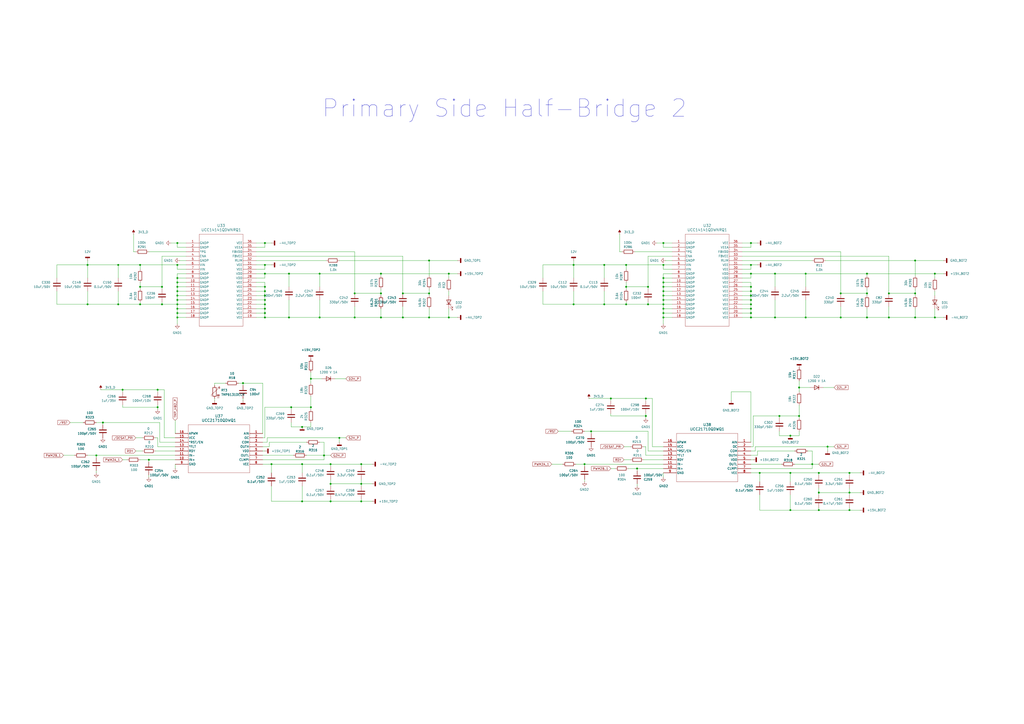
<source format=kicad_sch>
(kicad_sch (version 20231120) (generator "eeschema") (generator_version "8.0")
  (paper "A2")
  (junction (at 153.67 171.45))
  (junction (at 363.22 166.37))
  (junction (at 384.81 161.29))
  (junction (at 363.22 176.53))
  (junction (at 350.52 153.67))
  (junction (at 91.44 226.06))
  (junction (at 435.61 166.37))
  (junction (at 260.35 158.75))
  (junction (at 185.42 184.15))
  (junction (at 220.98 158.75))
  (junction (at 449.58 184.15))
  (junction (at 153.67 140.97))
  (junction (at 209.55 280.67))
  (junction (at 220.98 170.18))
  (junction (at 102.87 173.99))
  (junction (at 81.28 176.53))
  (junction (at 502.92 170.18))
  (junction (at 102.87 179.07))
  (junction (at 187.96 264.16))
  (junction (at 102.87 140.97))
  (junction (at 449.58 158.75))
  (junction (at 492.76 295.91))
  (junction (at 339.09 269.24))
  (junction (at 458.47 252.73))
  (junction (at 384.81 181.61))
  (junction (at 209.55 290.83))
  (junction (at 102.87 181.61))
  (junction (at 50.8 176.53))
  (junction (at 81.28 166.37))
  (junction (at 384.81 153.67))
  (junction (at 93.98 166.37))
  (junction (at 205.74 184.15))
  (junction (at 435.61 179.07))
  (junction (at 157.48 269.24))
  (junction (at 435.61 176.53))
  (junction (at 435.61 184.15))
  (junction (at 542.29 184.15))
  (junction (at 140.97 222.25))
  (junction (at 363.22 153.67))
  (junction (at 384.81 163.83))
  (junction (at 487.68 170.18))
  (junction (at 458.47 295.91))
  (junction (at 384.81 168.91))
  (junction (at 153.67 181.61))
  (junction (at 55.88 264.16))
  (junction (at 91.44 236.22))
  (junction (at 435.61 158.75))
  (junction (at 167.64 184.15))
  (junction (at 480.06 259.08))
  (junction (at 102.87 171.45))
  (junction (at 102.87 161.29))
  (junction (at 384.81 171.45))
  (junction (at 50.8 153.67))
  (junction (at 153.67 176.53))
  (junction (at 374.65 241.3))
  (junction (at 369.57 271.78))
  (junction (at 68.58 176.53))
  (junction (at 102.87 166.37))
  (junction (at 153.67 158.75))
  (junction (at 93.98 176.53))
  (junction (at 375.92 176.53))
  (junction (at 233.68 184.15))
  (junction (at 474.98 274.32))
  (junction (at 515.62 184.15))
  (junction (at 220.98 184.15))
  (junction (at 463.55 224.79))
  (junction (at 102.87 176.53))
  (junction (at 102.87 163.83))
  (junction (at 86.36 266.7))
  (junction (at 332.74 153.67))
  (junction (at 153.67 179.07))
  (junction (at 384.81 166.37))
  (junction (at 81.28 153.67))
  (junction (at 180.34 219.71))
  (junction (at 71.12 226.06))
  (junction (at 530.86 184.15))
  (junction (at 205.74 170.18))
  (junction (at 492.76 274.32))
  (junction (at 463.55 241.3))
  (junction (at 435.61 171.45))
  (junction (at 332.74 176.53))
  (junction (at 467.36 158.75))
  (junction (at 458.47 274.32))
  (junction (at 435.61 173.99))
  (junction (at 384.81 173.99))
  (junction (at 248.92 184.15))
  (junction (at 384.81 184.15))
  (junction (at 102.87 153.67))
  (junction (at 167.64 158.75))
  (junction (at 191.77 290.83))
  (junction (at 180.34 236.22))
  (junction (at 350.52 176.53))
  (junction (at 59.69 245.11))
  (junction (at 209.55 269.24))
  (junction (at 153.67 184.15))
  (junction (at 502.92 184.15))
  (junction (at 487.68 184.15))
  (junction (at 191.77 280.67))
  (junction (at 384.81 176.53))
  (junction (at 492.76 285.75))
  (junction (at 435.61 181.61))
  (junction (at 542.29 158.75))
  (junction (at 435.61 168.91))
  (junction (at 384.81 179.07))
  (junction (at 435.61 140.97))
  (junction (at 384.81 140.97))
  (junction (at 153.67 153.67))
  (junction (at 342.9 250.19))
  (junction (at 248.92 151.13))
  (junction (at 233.68 170.18))
  (junction (at 185.42 158.75))
  (junction (at 102.87 184.15))
  (junction (at 530.86 170.18))
  (junction (at 68.58 153.67))
  (junction (at 248.92 170.18))
  (junction (at 175.26 247.65))
  (junction (at 530.86 151.13))
  (junction (at 471.17 269.24))
  (junction (at 375.92 166.37))
  (junction (at 515.62 170.18))
  (junction (at 260.35 184.15))
  (junction (at 168.91 236.22))
  (junction (at 102.87 168.91))
  (junction (at 153.67 166.37))
  (junction (at 374.65 231.14))
  (junction (at 474.98 285.75))
  (junction (at 196.85 254))
  (junction (at 440.69 274.32))
  (junction (at 467.36 184.15))
  (junction (at 474.98 295.91))
  (junction (at 191.77 269.24))
  (junction (at 175.26 290.83))
  (junction (at 452.12 241.3))
  (junction (at 354.33 231.14))
  (junction (at 435.61 153.67))
  (junction (at 153.67 173.99))
  (junction (at 175.26 269.24))
  (junction (at 153.67 168.91))
  (junction (at 502.92 158.75))
  (wire (pts (xy 389.89 148.59) (xy 375.92 148.59)))
  (wire (pts (xy 323.85 250.19) (xy 331.47 250.19)))
  (wire (pts (xy 435.61 173.99) (xy 435.61 176.53)))
  (wire (pts (xy 148.59 168.91) (xy 153.67 168.91)))
  (wire (pts (xy 384.81 179.07) (xy 384.81 181.61)))
  (wire (pts (xy 102.87 173.99) (xy 102.87 176.53)))
  (wire (pts (xy 157.48 269.24) (xy 157.48 274.32)))
  (wire (pts (xy 153.67 236.22) (xy 168.91 236.22)))
  (wire (pts (xy 93.98 166.37) (xy 81.28 166.37)))
  (wire (pts (xy 389.89 168.91) (xy 384.81 168.91)))
  (wire (pts (xy 487.68 146.05) (xy 487.68 170.18)))
  (wire (pts (xy 148.59 181.61) (xy 153.67 181.61)))
  (wire (pts (xy 435.61 166.37) (xy 435.61 168.91)))
  (wire (pts (xy 107.95 173.99) (xy 102.87 173.99)))
  (wire (pts (xy 107.95 171.45) (xy 102.87 171.45)))
  (wire (pts (xy 153.67 153.67) (xy 157.48 153.67)))
  (wire (pts (xy 530.86 179.07) (xy 530.86 184.15)))
  (wire (pts (xy 386.08 151.13) (xy 389.89 151.13)))
  (wire (pts (xy 384.81 264.16) (xy 374.65 264.16)))
  (wire (pts (xy 430.53 163.83) (xy 435.61 163.83)))
  (wire (pts (xy 502.92 160.02) (xy 502.92 158.75)))
  (wire (pts (xy 389.89 158.75) (xy 384.81 158.75)))
  (wire (pts (xy 502.92 167.64) (xy 502.92 170.18)))
  (wire (pts (xy 40.64 245.11) (xy 48.26 245.11)))
  (wire (pts (xy 339.09 270.51) (xy 339.09 269.24)))
  (wire (pts (xy 209.55 290.83) (xy 209.55 289.56)))
  (wire (pts (xy 68.58 153.67) (xy 68.58 161.29)))
  (wire (pts (xy 430.53 171.45) (xy 435.61 171.45)))
  (wire (pts (xy 474.98 274.32) (xy 474.98 275.59)))
  (wire (pts (xy 389.89 153.67) (xy 384.81 153.67)))
  (wire (pts (xy 77.47 135.89) (xy 77.47 146.05)))
  (wire (pts (xy 102.87 171.45) (xy 102.87 173.99)))
  (wire (pts (xy 467.36 158.75) (xy 502.92 158.75)))
  (wire (pts (xy 175.26 274.32) (xy 175.26 269.24)))
  (wire (pts (xy 180.34 245.11) (xy 180.34 247.65)))
  (wire (pts (xy 153.67 173.99) (xy 153.67 176.53)))
  (wire (pts (xy 375.92 166.37) (xy 363.22 166.37)))
  (wire (pts (xy 458.47 279.4) (xy 458.47 274.32)))
  (wire (pts (xy 452.12 252.73) (xy 458.47 252.73)))
  (wire (pts (xy 435.61 179.07) (xy 435.61 181.61)))
  (wire (pts (xy 248.92 179.07) (xy 248.92 184.15)))
  (wire (pts (xy 314.96 153.67) (xy 314.96 161.29)))
  (wire (pts (xy 314.96 176.53) (xy 332.74 176.53)))
  (wire (pts (xy 440.69 287.02) (xy 440.69 295.91)))
  (wire (pts (xy 438.15 259.08) (xy 480.06 259.08)))
  (wire (pts (xy 71.12 236.22) (xy 91.44 236.22)))
  (wire (pts (xy 458.47 287.02) (xy 458.47 295.91)))
  (wire (pts (xy 185.42 184.15) (xy 205.74 184.15)))
  (wire (pts (xy 196.85 254) (xy 200.66 254)))
  (wire (pts (xy 180.34 219.71) (xy 186.69 219.71)))
  (wire (pts (xy 175.26 281.94) (xy 175.26 290.83)))
  (wire (pts (xy 339.09 278.13) (xy 339.09 279.4)))
  (wire (pts (xy 368.3 146.05) (xy 389.89 146.05)))
  (wire (pts (xy 492.76 274.32) (xy 492.76 275.59)))
  (wire (pts (xy 175.26 247.65) (xy 180.34 247.65)))
  (wire (pts (xy 107.95 179.07) (xy 102.87 179.07)))
  (wire (pts (xy 153.67 184.15) (xy 167.64 184.15)))
  (wire (pts (xy 86.36 266.7) (xy 86.36 267.97)))
  (wire (pts (xy 449.58 158.75) (xy 467.36 158.75)))
  (wire (pts (xy 363.22 175.26) (xy 363.22 176.53)))
  (wire (pts (xy 439.42 264.16) (xy 435.61 264.16)))
  (wire (pts (xy 374.65 241.3) (xy 374.65 242.57)))
  (wire (pts (xy 220.98 179.07) (xy 220.98 184.15)))
  (wire (pts (xy 191.77 280.67) (xy 191.77 281.94)))
  (wire (pts (xy 384.81 140.97) (xy 389.89 140.97)))
  (wire (pts (xy 185.42 173.99) (xy 185.42 184.15)))
  (wire (pts (xy 50.8 168.91) (xy 50.8 176.53)))
  (wire (pts (xy 148.59 179.07) (xy 153.67 179.07)))
  (wire (pts (xy 93.98 167.64) (xy 93.98 166.37)))
  (wire (pts (xy 430.53 173.99) (xy 435.61 173.99)))
  (wire (pts (xy 430.53 153.67) (xy 435.61 153.67)))
  (wire (pts (xy 50.8 153.67) (xy 33.02 153.67)))
  (wire (pts (xy 389.89 173.99) (xy 384.81 173.99)))
  (wire (pts (xy 430.53 146.05) (xy 487.68 146.05)))
  (wire (pts (xy 463.55 242.57) (xy 463.55 241.3)))
  (wire (pts (xy 487.68 184.15) (xy 502.92 184.15)))
  (wire (pts (xy 492.76 285.75) (xy 499.11 285.75)))
  (wire (pts (xy 248.92 167.64) (xy 248.92 170.18)))
  (wire (pts (xy 463.55 224.79) (xy 469.9 224.79)))
  (wire (pts (xy 209.55 280.67) (xy 215.9 280.67)))
  (wire (pts (xy 55.88 264.16) (xy 50.8 264.16)))
  (wire (pts (xy 191.77 269.24) (xy 191.77 270.51)))
  (wire (pts (xy 124.46 231.14) (xy 124.46 232.41)))
  (wire (pts (xy 101.6 256.54) (xy 92.71 256.54)))
  (wire (pts (xy 107.95 166.37) (xy 102.87 166.37)))
  (wire (pts (xy 375.92 261.62) (xy 375.92 250.19)))
  (wire (pts (xy 81.28 166.37) (xy 81.28 167.64)))
  (wire (pts (xy 107.95 143.51) (xy 102.87 143.51)))
  (wire (pts (xy 260.35 158.75) (xy 260.35 161.29)))
  (wire (pts (xy 452.12 250.19) (xy 452.12 252.73)))
  (wire (pts (xy 153.67 179.07) (xy 153.67 181.61)))
  (wire (pts (xy 435.61 143.51) (xy 435.61 140.97)))
  (wire (pts (xy 384.81 163.83) (xy 384.81 166.37)))
  (wire (pts (xy 435.61 153.67) (xy 435.61 156.21)))
  (wire (pts (xy 101.6 254) (xy 95.25 254)))
  (wire (pts (xy 95.25 254) (xy 95.25 226.06)))
  (wire (pts (xy 68.58 153.67) (xy 50.8 153.67)))
  (wire (pts (xy 194.31 219.71) (xy 200.66 219.71)))
  (wire (pts (xy 474.98 285.75) (xy 474.98 287.02)))
  (wire (pts (xy 185.42 158.75) (xy 185.42 166.37)))
  (wire (pts (xy 260.35 168.91) (xy 260.35 171.45)))
  (wire (pts (xy 148.59 173.99) (xy 153.67 173.99)))
  (wire (pts (xy 148.59 176.53) (xy 153.67 176.53)))
  (wire (pts (xy 101.6 266.7) (xy 86.36 266.7)))
  (wire (pts (xy 502.92 158.75) (xy 542.29 158.75)))
  (wire (pts (xy 435.61 184.15) (xy 449.58 184.15)))
  (wire (pts (xy 167.64 158.75) (xy 185.42 158.75)))
  (wire (pts (xy 124.46 222.25) (xy 124.46 223.52)))
  (wire (pts (xy 157.48 290.83) (xy 175.26 290.83)))
  (wire (pts (xy 248.92 151.13) (xy 265.43 151.13)))
  (wire (pts (xy 177.8 264.16) (xy 187.96 264.16)))
  (wire (pts (xy 102.87 166.37) (xy 102.87 168.91)))
  (wire (pts (xy 430.53 158.75) (xy 435.61 158.75)))
  (wire (pts (xy 167.64 173.99) (xy 167.64 184.15)))
  (wire (pts (xy 33.02 168.91) (xy 33.02 176.53)))
  (wire (pts (xy 180.34 237.49) (xy 180.34 236.22)))
  (wire (pts (xy 71.12 226.06) (xy 71.12 227.33)))
  (wire (pts (xy 363.22 153.67) (xy 384.81 153.67)))
  (wire (pts (xy 99.06 140.97) (xy 102.87 140.97)))
  (wire (pts (xy 477.52 224.79) (xy 483.87 224.79)))
  (wire (pts (xy 58.42 226.06) (xy 71.12 226.06)))
  (wire (pts (xy 430.53 179.07) (xy 435.61 179.07)))
  (wire (pts (xy 175.26 269.24) (xy 191.77 269.24)))
  (wire (pts (xy 153.67 168.91) (xy 153.67 171.45)))
  (wire (pts (xy 350.52 176.53) (xy 363.22 176.53)))
  (wire (pts (xy 375.92 175.26) (xy 375.92 176.53)))
  (wire (pts (xy 180.34 229.87) (xy 180.34 236.22)))
  (wire (pts (xy 515.62 184.15) (xy 530.86 184.15)))
  (wire (pts (xy 91.44 259.08) (xy 91.44 254)))
  (wire (pts (xy 153.67 161.29) (xy 153.67 158.75)))
  (wire (pts (xy 449.58 173.99) (xy 449.58 184.15)))
  (wire (pts (xy 320.04 269.24) (xy 326.39 269.24)))
  (wire (pts (xy 153.67 181.61) (xy 153.67 184.15)))
  (wire (pts (xy 378.46 259.08) (xy 378.46 231.14)))
  (wire (pts (xy 153.67 254) (xy 152.4 254)))
  (wire (pts (xy 148.59 140.97) (xy 153.67 140.97)))
  (wire (pts (xy 102.87 181.61) (xy 102.87 184.15)))
  (wire (pts (xy 452.12 242.57) (xy 452.12 241.3)))
  (wire (pts (xy 430.53 166.37) (xy 435.61 166.37)))
  (wire (pts (xy 71.12 234.95) (xy 71.12 236.22)))
  (wire (pts (xy 373.38 259.08) (xy 374.65 259.08)))
  (wire (pts (xy 180.34 215.9) (xy 180.34 219.71)))
  (wire (pts (xy 107.95 168.91) (xy 102.87 168.91)))
  (wire (pts (xy 107.95 181.61) (xy 102.87 181.61)))
  (wire (pts (xy 102.87 176.53) (xy 102.87 179.07)))
  (wire (pts (xy 185.42 256.54) (xy 187.96 256.54)))
  (wire (pts (xy 440.69 274.32) (xy 440.69 279.4)))
  (wire (pts (xy 148.59 184.15) (xy 153.67 184.15)))
  (wire (pts (xy 471.17 269.24) (xy 474.98 269.24)))
  (wire (pts (xy 148.59 156.21) (xy 153.67 156.21)))
  (wire (pts (xy 68.58 176.53) (xy 81.28 176.53)))
  (wire (pts (xy 467.36 158.75) (xy 467.36 166.37)))
  (wire (pts (xy 156.21 256.54) (xy 177.8 256.54)))
  (wire (pts (xy 167.64 158.75) (xy 167.64 166.37)))
  (wire (pts (xy 185.42 158.75) (xy 220.98 158.75)))
  (wire (pts (xy 101.6 259.08) (xy 91.44 259.08)))
  (wire (pts (xy 389.89 143.51) (xy 384.81 143.51)))
  (wire (pts (xy 260.35 158.75) (xy 265.43 158.75)))
  (wire (pts (xy 59.69 245.11) (xy 92.71 245.11)))
  (wire (pts (xy 449.58 184.15) (xy 467.36 184.15)))
  (wire (pts (xy 168.91 247.65) (xy 175.26 247.65)))
  (wire (pts (xy 36.83 264.16) (xy 43.18 264.16)))
  (wire (pts (xy 542.29 158.75) (xy 542.29 161.29)))
  (wire (pts (xy 430.53 181.61) (xy 435.61 181.61)))
  (wire (pts (xy 314.96 168.91) (xy 314.96 176.53)))
  (wire (pts (xy 435.61 168.91) (xy 435.61 171.45)))
  (wire (pts (xy 430.53 148.59) (xy 515.62 148.59)))
  (wire (pts (xy 148.59 163.83) (xy 153.67 163.83)))
  (wire (pts (xy 435.61 256.54) (xy 435.61 227.33)))
  (wire (pts (xy 153.67 158.75) (xy 167.64 158.75)))
  (wire (pts (xy 130.81 222.25) (xy 124.46 222.25)))
  (wire (pts (xy 492.76 285.75) (xy 492.76 287.02)))
  (wire (pts (xy 339.09 269.24) (xy 334.01 269.24)))
  (wire (pts (xy 363.22 163.83) (xy 363.22 166.37)))
  (wire (pts (xy 430.53 176.53) (xy 435.61 176.53)))
  (wire (pts (xy 480.06 259.08) (xy 483.87 259.08)))
  (wire (pts (xy 107.95 158.75) (xy 102.87 158.75)))
  (wire (pts (xy 68.58 168.91) (xy 68.58 176.53)))
  (wire (pts (xy 440.69 295.91) (xy 458.47 295.91)))
  (wire (pts (xy 152.4 251.46) (xy 152.4 222.25)))
  (wire (pts (xy 350.52 168.91) (xy 350.52 176.53)))
  (wire (pts (xy 102.87 163.83) (xy 102.87 166.37)))
  (wire (pts (xy 148.59 143.51) (xy 153.67 143.51)))
  (wire (pts (xy 363.22 176.53) (xy 375.92 176.53)))
  (wire (pts (xy 487.68 170.18) (xy 502.92 170.18)))
  (wire (pts (xy 102.87 184.15) (xy 102.87 187.96)))
  (wire (pts (xy 389.89 156.21) (xy 384.81 156.21)))
  (wire (pts (xy 487.68 177.8) (xy 487.68 184.15)))
  (wire (pts (xy 374.65 241.3) (xy 374.65 240.03)))
  (wire (pts (xy 248.92 184.15) (xy 260.35 184.15)))
  (wire (pts (xy 187.96 264.16) (xy 187.96 266.7)))
  (wire (pts (xy 180.34 236.22) (xy 168.91 236.22)))
  (wire (pts (xy 156.21 259.08) (xy 152.4 259.08)))
  (wire (pts (xy 55.88 273.05) (xy 55.88 274.32)))
  (wire (pts (xy 471.17 261.62) (xy 471.17 269.24)))
  (wire (pts (xy 435.61 266.7) (xy 436.88 266.7)))
  (wire (pts (xy 332.74 153.67) (xy 332.74 161.29)))
  (wire (pts (xy 435.61 274.32) (xy 440.69 274.32)))
  (wire (pts (xy 430.53 161.29) (xy 435.61 161.29)))
  (wire (pts (xy 389.89 163.83) (xy 384.81 163.83)))
  (wire (pts (xy 369.57 271.78) (xy 364.49 271.78)))
  (wire (pts (xy 492.76 295.91) (xy 492.76 294.64)))
  (wire (pts (xy 430.53 151.13) (xy 471.17 151.13)))
  (wire (pts (xy 375.92 148.59) (xy 375.92 166.37)))
  (wire (pts (xy 369.57 280.67) (xy 369.57 281.94)))
  (wire (pts (xy 196.85 254) (xy 196.85 256.54)))
  (wire (pts (xy 215.9 290.83) (xy 209.55 290.83)))
  (wire (pts (xy 91.44 236.22) (xy 91.44 237.49)))
  (wire (pts (xy 233.68 177.8) (xy 233.68 184.15)))
  (wire (pts (xy 86.36 266.7) (xy 81.28 266.7)))
  (wire (pts (xy 463.55 234.95) (xy 463.55 241.3)))
  (wire (pts (xy 187.96 256.54) (xy 187.96 264.16)))
  (wire (pts (xy 440.69 274.32) (xy 458.47 274.32)))
  (wire (pts (xy 93.98 176.53) (xy 102.87 176.53)))
  (wire (pts (xy 180.34 219.71) (xy 180.34 222.25)))
  (wire (pts (xy 530.86 184.15) (xy 542.29 184.15)))
  (wire (pts (xy 140.97 231.14) (xy 140.97 232.41)))
  (wire (pts (xy 471.17 269.24) (xy 471.17 271.78)))
  (wire (pts (xy 384.81 184.15) (xy 384.81 187.96)))
  (wire (pts (xy 86.36 146.05) (xy 107.95 146.05)))
  (wire (pts (xy 191.77 269.24) (xy 209.55 269.24)))
  (wire (pts (xy 102.87 143.51) (xy 102.87 140.97)))
  (wire (pts (xy 191.77 280.67) (xy 209.55 280.67)))
  (wire (pts (xy 435.61 181.61) (xy 435.61 184.15)))
  (wire (pts (xy 530.86 167.64) (xy 530.86 170.18)))
  (wire (pts (xy 363.22 156.21) (xy 363.22 153.67)))
  (wire (pts (xy 384.81 168.91) (xy 384.81 171.45)))
  (wire (pts (xy 384.81 143.51) (xy 384.81 140.97)))
  (wire (pts (xy 167.64 184.15) (xy 185.42 184.15)))
  (wire (pts (xy 478.79 151.13) (xy 530.86 151.13)))
  (wire (pts (xy 153.67 140.97) (xy 157.48 140.97)))
  (wire (pts (xy 107.95 148.59) (xy 93.98 148.59)))
  (wire (pts (xy 424.18 227.33) (xy 424.18 232.41)))
  (wire (pts (xy 438.15 259.08) (xy 438.15 261.62)))
  (wire (pts (xy 341.63 231.14) (xy 354.33 231.14)))
  (wire (pts (xy 102.87 179.07) (xy 102.87 181.61)))
  (wire (pts (xy 209.55 269.24) (xy 215.9 269.24)))
  (wire (pts (xy 435.61 161.29) (xy 435.61 158.75)))
  (wire (pts (xy 260.35 184.15) (xy 265.43 184.15)))
  (wire (pts (xy 148.59 146.05) (xy 205.74 146.05)))
  (wire (pts (xy 220.98 170.18) (xy 220.98 171.45)))
  (wire (pts (xy 50.8 153.67) (xy 50.8 161.29)))
  (wire (pts (xy 384.81 276.86) (xy 384.81 274.32)))
  (wire (pts (xy 389.89 176.53) (xy 384.81 176.53)))
  (wire (pts (xy 389.89 166.37) (xy 384.81 166.37)))
  (wire (pts (xy 157.48 269.24) (xy 175.26 269.24)))
  (wire (pts (xy 381 140.97) (xy 384.81 140.97)))
  (wire (pts (xy 152.4 261.62) (xy 153.67 261.62)))
  (wire (pts (xy 332.74 151.13) (xy 332.74 153.67)))
  (wire (pts (xy 209.55 280.67) (xy 209.55 281.94)))
  (wire (pts (xy 148.59 148.59) (xy 233.68 148.59)))
  (wire (pts (xy 474.98 295.91) (xy 492.76 295.91)))
  (wire (pts (xy 359.41 135.89) (xy 359.41 146.05)))
  (wire (pts (xy 248.92 170.18) (xy 248.92 171.45)))
  (wire (pts (xy 209.55 278.13) (xy 209.55 280.67)))
  (wire (pts (xy 191.77 289.56) (xy 191.77 290.83)))
  (wire (pts (xy 350.52 153.67) (xy 350.52 161.29)))
  (wire (pts (xy 384.81 181.61) (xy 384.81 184.15)))
  (wire (pts (xy 384.81 259.08) (xy 378.46 259.08)))
  (wire (pts (xy 435.61 163.83) (xy 435.61 166.37)))
  (wire (pts (xy 463.55 250.19) (xy 463.55 252.73)))
  (wire (pts (xy 81.28 176.53) (xy 93.98 176.53)))
  (wire (pts (xy 375.92 176.53) (xy 384.81 176.53)))
  (wire (pts (xy 354.33 240.03) (xy 354.33 241.3)))
  (wire (pts (xy 384.81 271.78) (xy 369.57 271.78)))
  (wire (pts (xy 430.53 140.97) (xy 435.61 140.97)))
  (wire (pts (xy 81.28 175.26) (xy 81.28 176.53)))
  (wire (pts (xy 153.67 163.83) (xy 153.67 166.37)))
  (wire (pts (xy 33.02 176.53) (xy 50.8 176.53)))
  (wire (pts (xy 389.89 171.45) (xy 384.81 171.45)))
  (wire (pts (xy 474.98 294.64) (xy 474.98 295.91)))
  (wire (pts (xy 81.28 153.67) (xy 102.87 153.67)))
  (wire (pts (xy 102.87 158.75) (xy 102.87 161.29)))
  (wire (pts (xy 435.61 271.78) (xy 471.17 271.78)))
  (wire (pts (xy 389.89 179.07) (xy 384.81 179.07)))
  (wire (pts (xy 430.53 156.21) (xy 435.61 156.21)))
  (wire (pts (xy 55.88 264.16) (xy 101.6 264.16)))
  (wire (pts (xy 474.98 285.75) (xy 492.76 285.75)))
  (wire (pts (xy 152.4 264.16) (xy 170.18 264.16)))
  (wire (pts (xy 542.29 158.75) (xy 547.37 158.75)))
  (wire (pts (xy 101.6 243.84) (xy 101.6 251.46)))
  (wire (pts (xy 55.88 245.11) (xy 59.69 245.11)))
  (wire (pts (xy 480.06 259.08) (xy 480.06 261.62)))
  (wire (pts (xy 438.15 261.62) (xy 435.61 261.62)))
  (wire (pts (xy 107.95 176.53) (xy 102.87 176.53)))
  (wire (pts (xy 430.53 184.15) (xy 435.61 184.15)))
  (wire (pts (xy 463.55 224.79) (xy 463.55 227.33)))
  (wire (pts (xy 191.77 290.83) (xy 209.55 290.83)))
  (wire (pts (xy 153.67 254) (xy 153.67 236.22)))
  (wire (pts (xy 363.22 166.37) (xy 363.22 167.64)))
  (wire (pts (xy 154.94 254) (xy 154.94 256.54)))
  (wire (pts (xy 435.61 171.45) (xy 435.61 173.99)))
  (wire (pts (xy 90.17 261.62) (xy 101.6 261.62)))
  (wire (pts (xy 435.61 227.33) (xy 424.18 227.33)))
  (wire (pts (xy 157.48 281.94) (xy 157.48 290.83)))
  (wire (pts (xy 220.98 184.15) (xy 233.68 184.15)))
  (wire (pts (xy 153.67 166.37) (xy 153.67 168.91)))
  (wire (pts (xy 153.67 171.45) (xy 153.67 173.99)))
  (wire (pts (xy 436.88 259.08) (xy 435.61 259.08)))
  (wire (pts (xy 436.88 259.08) (xy 436.88 241.3)))
  (wire (pts (xy 499.11 295.91) (xy 492.76 295.91)))
  (wire (pts (xy 148.59 171.45) (xy 153.67 171.45)))
  (wire (pts (xy 374.65 231.14) (xy 354.33 231.14)))
  (wire (pts (xy 389.89 184.15) (xy 384.81 184.15)))
  (wire (pts (xy 233.68 148.59) (xy 233.68 170.18)))
  (wire (pts (xy 101.6 271.78) (xy 101.6 269.24)))
  (wire (pts (xy 339.09 269.24) (xy 384.81 269.24)))
  (wire (pts (xy 373.38 266.7) (xy 384.81 266.7)))
  (wire (pts (xy 233.68 170.18) (xy 248.92 170.18)))
  (wire (pts (xy 153.67 153.67) (xy 153.67 156.21)))
  (wire (pts (xy 354.33 231.14) (xy 354.33 232.41)))
  (wire (pts (xy 342.9 250.19) (xy 342.9 251.46)))
  (wire (pts (xy 205.74 146.05) (xy 205.74 170.18)))
  (wire (pts (xy 205.74 177.8) (xy 205.74 184.15)))
  (wire (pts (xy 435.61 140.97) (xy 439.42 140.97)))
  (wire (pts (xy 463.55 241.3) (xy 452.12 241.3)))
  (wire (pts (xy 33.02 153.67) (xy 33.02 161.29)))
  (wire (pts (xy 384.81 171.45) (xy 384.81 173.99)))
  (wire (pts (xy 86.36 275.59) (xy 86.36 276.86)))
  (wire (pts (xy 152.4 222.25) (xy 140.97 222.25)))
  (wire (pts (xy 107.95 153.67) (xy 102.87 153.67)))
  (wire (pts (xy 92.71 256.54) (xy 92.71 245.11)))
  (wire (pts (xy 439.42 261.62) (xy 439.42 264.16)))
  (wire (pts (xy 102.87 168.91) (xy 102.87 171.45)))
  (wire (pts (xy 458.47 295.91) (xy 474.98 295.91)))
  (wire (pts (xy 148.59 158.75) (xy 153.67 158.75)))
  (wire (pts (xy 430.53 168.91) (xy 435.61 168.91)))
  (wire (pts (xy 436.88 241.3) (xy 452.12 241.3)))
  (wire (pts (xy 359.41 146.05) (xy 360.68 146.05)))
  (wire (pts (xy 90.17 254) (xy 91.44 254)))
  (wire (pts (xy 220.98 158.75) (xy 260.35 158.75)))
  (wire (pts (xy 384.81 158.75) (xy 384.81 161.29)))
  (wire (pts (xy 152.4 269.24) (xy 157.48 269.24)))
  (wire (pts (xy 468.63 261.62) (xy 471.17 261.62)))
  (wire (pts (xy 374.65 232.41) (xy 374.65 231.14)))
  (wire (pts (xy 542.29 168.91) (xy 542.29 171.45)))
  (wire (pts (xy 81.28 156.21) (xy 81.28 153.67)))
  (wire (pts (xy 332.74 176.53) (xy 350.52 176.53)))
  (wire (pts (xy 378.46 231.14) (xy 374.65 231.14)))
  (wire (pts (xy 153.67 176.53) (xy 153.67 179.07)))
  (wire (pts (xy 384.81 161.29) (xy 384.81 163.83)))
  (wire (pts (xy 93.98 175.26) (xy 93.98 176.53)))
  (wire (pts (xy 354.33 241.3) (xy 374.65 241.3)))
  (wire (pts (xy 332.74 153.67) (xy 314.96 153.67)))
  (wire (pts (xy 502.92 170.18) (xy 502.92 171.45)))
  (wire (pts (xy 50.8 151.13) (xy 50.8 153.67)))
  (wire (pts (xy 104.14 151.13) (xy 107.95 151.13)))
  (wire (pts (xy 107.95 163.83) (xy 102.87 163.83)))
  (wire (pts (xy 107.95 161.29) (xy 102.87 161.29)))
  (wire (pts (xy 458.47 274.32) (xy 474.98 274.32)))
  (wire (pts (xy 354.33 271.78) (xy 356.87 271.78)))
  (wire (pts (xy 93.98 148.59) (xy 93.98 166.37)))
  (wire (pts (xy 168.91 237.49) (xy 168.91 236.22)))
  (wire (pts (xy 154.94 254) (xy 196.85 254)))
  (wire (pts (xy 435.61 153.67) (xy 439.42 153.67)))
  (wire (pts (xy 430.53 143.51) (xy 435.61 143.51)))
  (wire (pts (xy 91.44 226.06) (xy 71.12 226.06)))
  (wire (pts (xy 467.36 173.99) (xy 467.36 184.15)))
  (wire (pts (xy 153.67 143.51) (xy 153.67 140.97)))
  (wire (pts (xy 435.61 269.24) (xy 453.39 269.24)))
  (wire (pts (xy 107.95 184.15) (xy 102.87 184.15)))
  (wire (pts (xy 91.44 227.33) (xy 91.44 226.06)))
  (wire (pts (xy 220.98 167.64) (xy 220.98 170.18)))
  (wire (pts (xy 361.95 266.7) (xy 365.76 266.7)))
  (wire (pts (xy 77.47 146.05) (xy 78.74 146.05)))
  (wire (pts (xy 384.81 176.53) (xy 384.81 179.07)))
  (wire (pts (xy 435.61 176.53) (xy 435.61 179.07)))
  (wire (pts (xy 91.44 236.22) (xy 91.44 234.95)))
  (wire (pts (xy 461.01 269.24) (xy 471.17 269.24)))
  (wire (pts (xy 148.59 166.37) (xy 153.67 166.37)))
  (wire (pts (xy 384.81 261.62) (xy 375.92 261.62)))
  (wire (pts (xy 205.74 170.18) (xy 220.98 170.18)))
  (wire (pts (xy 435.61 158.75) (xy 449.58 158.75)))
  (wire (pts (xy 515.62 148.59) (xy 515.62 170.18)))
  (wire (pts (xy 474.98 274.32) (xy 492.76 274.32)))
  (wire (pts (xy 374.65 264.16) (xy 374.65 259.08)))
  (wire (pts (xy 148.59 161.29) (xy 153.67 161.29)))
  (wire (pts (xy 389.89 161.29) (xy 384.81 161.29)))
  (wire (pts (xy 530.86 151.13) (xy 530.86 160.02)))
  (wire (pts (xy 71.12 266.7) (xy 73.66 266.7)))
  (wire (pts (xy 248.92 151.13) (xy 248.92 160.02)))
  (wire (pts (xy 492.76 283.21) (xy 492.76 285.75)))
  (wire (pts (xy 467.36 184.15) (xy 487.68 184.15)))
  (wire (pts (xy 530.86 151.13) (xy 547.37 151.13)))
  (wire (pts (xy 205.74 184.15) (xy 220.98 184.15)))
  (wire (pts (xy 196.85 151.13) (xy 248.92 151.13)))
  (wire (pts (xy 95.25 226.06) (xy 91.44 226.06)))
  (wire (pts (xy 515.62 170.18) (xy 530.86 170.18)))
  (wire (pts (xy 384.81 156.21) (xy 384.81 153.67)))
  (wire (pts (xy 449.58 158.75) (xy 449.58 166.37)))
  (wire (pts (xy 389.89 181.61) (xy 384.81 181.61)))
  (wire (pts (xy 175.26 290.83) (xy 191.77 290.83)))
  (wire (pts (xy 220.98 160.02) (xy 220.98 158.75)))
  (wire (pts (xy 233.68 184.15) (xy 248.92 184.15)))
  (wire (pts (xy 332.74 168.91) (xy 332.74 176.53)))
  (wire (pts (xy 148.59 153.67) (xy 153.67 153.67)))
  (wire (pts (xy 339.09 250.19) (xy 342.9 250.19)))
  (wire (pts (xy 187.96 264.16) (xy 191.77 264.16)))
  (wire (pts (xy 191.77 278.13) (xy 191.77 280.67)))
  (wire (pts (xy 384.81 166.37) (xy 384.81 168.91)))
  (wire (pts (xy 102.87 156.21) (xy 102.87 153.67)))
  (wire (pts (xy 530.86 170.18) (xy 530.86 171.45)))
  (wire (pts (xy 439.42 261.62) (xy 461.01 261.62)))
  (wire (pts (xy 81.28 163.83) (xy 81.28 166.37)))
  (wire (pts (xy 350.52 153.67) (xy 332.74 153.67)))
  (wire (pts (xy 81.28 153.67) (xy 68.58 153.67)))
  (wire (pts (xy 152.4 266.7) (xy 187.96 266.7)))
  (wire (pts (xy 502.92 179.07) (xy 502.92 184.15)))
  (wire (pts (xy 78.74 254) (xy 82.55 254)))
  (wire (pts (xy 148.59 151.13) (xy 189.23 151.13)))
  (wire (pts (xy 515.62 177.8) (xy 515.62 184.15)))
  (wire (pts (xy 542.29 179.07) (xy 542.29 184.15)))
  (wire (pts (xy 542.29 184.15) (xy 547.37 184.15)))
  (wire (pts (xy 363.22 153.67) (xy 350.52 153.67)))
  (wire (pts (xy 209.55 269.24) (xy 209.55 270.51)))
  (wire (pts (xy 384.81 173.99) (xy 384.81 176.53)))
  (wire (pts (xy 107.95 156.21) (xy 102.87 156.21)))
  (wire (pts (xy 361.95 259.08) (xy 365.76 259.08)))
  (wire (pts (xy 458.47 252.73) (xy 463.55 252.73)))
  (wire (pts (xy 168.91 245.11) (xy 168.91 247.65)))
  (wire (pts (xy 156.21 256.54) (xy 156.21 259.08)))
  (wire (pts (xy 50.8 176.53) (xy 68.58 176.53)))
  (wire (pts (xy 369.57 271.78) (xy 369.57 273.05)))
  (wire (pts (xy 102.87 161.29) (xy 102.87 163.83)))
  (wire (pts (xy 502.92 184.15) (xy 515.62 184.15)))
  (wire (pts (xy 138.43 222.25) (xy 140.97 222.25)))
  (wire (pts (xy 102.87 140.97) (xy 107.95 140.97)))
  (wire (pts (xy 78.74 261.62) (xy 82.55 261.62)))
  (wire (pts (xy 463.55 220.98) (xy 463.55 224.79)))
  (wire (pts (xy 342.9 250.19) (xy 375.92 250.19)))
  (wire (pts (xy 260.35 179.07) (xy 260.35 184.15)))
  (wire (pts (xy 154.94 256.54) (xy 152.4 256.54)))
  (wire (pts (xy 474.98 283.21) (xy 474.98 285.75)))
  (wire (pts (xy 140.97 222.25) (xy 140.97 223.52)))
  (wire (pts (xy 375.92 167.64) (xy 375.92 166.37)))
  (wire (pts (xy 55.88 265.43) (xy 55.88 264.16)))
  (wire (pts (xy 59.69 245.11) (xy 59.69 246.38)))
  (wire (pts (xy 492.76 274.32) (xy 499.11 274.32)))
  (text "Primary Side Half-Bridge 2" (at 292.608 62.992 0) (effects (font (size 10 10))))
  (global_label "{slash}DESAT_PRI" (shape input) (at 361.95 259.08 180) (property "Intersheetrefs" "${INTERSHEET_REFS}" (effects (hide yes))))
  (global_label "PWM2B_1" (shape input) (at 36.83 264.16 180) (property "Intersheetrefs" "${INTERSHEET_REFS}" (effects (hide yes))))
  (global_label "TMP_HB2_P" (shape input) (at 101.6 243.84 90) (property "Intersheetrefs" "${INTERSHEET_REFS}" (effects (hide yes))))
  (global_label "{slash}DESAT_PRI" (shape input) (at 78.74 254 180) (property "Intersheetrefs" "${INTERSHEET_REFS}" (effects (hide yes))))
  (global_label "G2L_P" (shape input) (at 474.98 269.24 0) (property "Intersheetrefs" "${INTERSHEET_REFS}" (effects (hide yes))))
  (global_label "PWM2B_1" (shape input) (at 354.33 271.78 180) (property "Intersheetrefs" "${INTERSHEET_REFS}" (effects (hide yes))))
  (global_label "S2H_P" (shape input) (at 200.66 254 0) (property "Intersheetrefs" "${INTERSHEET_REFS}" (effects (hide yes))))
  (global_label "PWM2A_1" (shape input) (at 320.04 269.24 180) (property "Intersheetrefs" "${INTERSHEET_REFS}" (effects (hide yes))))
  (global_label "{slash}RST" (shape input) (at 323.85 250.19 180) (property "Intersheetrefs" "${INTERSHEET_REFS}" (effects (hide yes))))
  (global_label "RDY" (shape input) (at 78.74 261.62 180) (property "Intersheetrefs" "${INTERSHEET_REFS}" (effects (hide yes))))
  (global_label "PWM2A_1" (shape input) (at 71.12 266.7 180) (property "Intersheetrefs" "${INTERSHEET_REFS}" (effects (hide yes))))
  (global_label "D2L_P" (shape input) (at 483.87 224.79 0) (property "Intersheetrefs" "${INTERSHEET_REFS}" (effects (hide yes))))
  (global_label "S2L_P" (shape input) (at 483.87 259.08 0) (property "Intersheetrefs" "${INTERSHEET_REFS}" (effects (hide yes))))
  (global_label "RDY" (shape input) (at 361.95 266.7 180) (property "Intersheetrefs" "${INTERSHEET_REFS}" (effects (hide yes))))
  (global_label "G2H_P" (shape input) (at 191.77 264.16 0) (property "Intersheetrefs" "${INTERSHEET_REFS}" (effects (hide yes))))
  (global_label "{slash}RST" (shape input) (at 40.64 245.11 180) (property "Intersheetrefs" "${INTERSHEET_REFS}" (effects (hide yes))))
  (global_label "D2H_P" (shape input) (at 200.66 219.71 0) (property "Intersheetrefs" "${INTERSHEET_REFS}" (effects (hide yes))))
  (symbol (lib_id "Device:C") (at 492.76 279.4 0) (mirror x) (unit 1)
    (property "Reference" "C251" (at 488.95 278.1299 0) (effects (justify right)))
    (property "Value" "3.3uF/50V" (at 488.95 280.6699 0) (effects (justify right)))
    (property "Footprint" "Capacitor_SMD:C_1206_3216Metric" (effects (hide yes)))
    (property "Description" "Unpolarized capacitor" (effects (hide yes)))
  )
  (symbol (lib_id "power:-3V3") (at 58.42 226.06 0) (unit 1)
    (property "Reference" "#PWR052" (effects (hide yes)))
    (property "Value" "3V3_D" (at 60.96 224.7899 0) (effects (justify left)))
    (property "Description" "Power symbol creates a global label with name \"-3V3\"" (effects (hide yes)))
  )
  (symbol (lib_id "Device:R") (at 220.98 163.83 0) (mirror x) (unit 1)
    (property "Reference" "R293" (at 218.186 164.084 90))
    (property "Value" "107k" (at 215.646 164.084 90))
    (property "Footprint" "Resistor_SMD:R_0201_0603Metric" (effects (hide yes)))
    (property "Description" "Resistor" (effects (hide yes)))
  )
  (symbol (lib_id "Device:R") (at 463.55 246.38 0) (mirror x) (unit 1)
    (property "Reference" "R326" (at 460.756 246.634 90))
    (property "Value" "2k" (at 458.216 246.634 90))
    (property "Footprint" "Resistor_SMD:R_0201_0603Metric" (effects (hide yes)))
    (property "Description" "Resistor" (effects (hide yes)))
  )
  (symbol (lib_id "Device:D") (at 473.71 224.79 180) (unit 1)
    (property "Reference" "D22" (at 473.71 218.44 0))
    (property "Value" "1200 V 1A" (at 473.71 220.98 0))
    (property "Footprint" "Diode_SMD:D_SMA" (effects (hide yes)))
    (property "Description" "Diode" (effects (hide yes)))
    (property "Sim.Device" "D" (effects (hide yes)))
    (property "Sim.Pins" "1=K 2=A" (effects (hide yes)))
  )
  (symbol (lib_id "Device:C") (at 369.57 276.86 0) (mirror x) (unit 1)
    (property "Reference" "C259" (at 373.38 278.1301 0) (effects (justify left)))
    (property "Value" "100pF/50V" (at 373.38 275.5901 0) (effects (justify left)))
    (property "Footprint" "Capacitor_SMD:C_0201_0603Metric" (effects (hide yes)))
    (property "Description" "Unpolarized capacitor" (effects (hide yes)))
  )
  (symbol (lib_id "Device:C") (at 33.02 165.1 0) (mirror x) (unit 1)
    (property "Reference" "C330" (at 29.21 163.8299 0) (effects (justify right)))
    (property "Value" "10uF/50V" (at 29.21 166.3699 0) (effects (justify right)))
    (property "Footprint" "Capacitor_SMD:C_1206_3216Metric" (effects (hide yes)))
    (property "Description" "Unpolarized capacitor" (effects (hide yes)))
  )
  (symbol (lib_id "power:GNDD") (at 480.06 261.62 0) (unit 1)
    (property "Reference" "#PWR092" (effects (hide yes)))
    (property "Value" "GND_BOT2" (at 482.6 262.6994 0) (effects (justify left)))
    (property "Description" "Power symbol creates a global label with name \"GNDD\" , digital ground" (effects (hide yes)))
  )
  (symbol (lib_id "Device:C") (at 71.12 231.14 0) (mirror x) (unit 1)
    (property "Reference" "C266" (at 67.31 229.8699 0) (effects (justify right)))
    (property "Value" "1uF/35V" (at 67.31 232.4099 0) (effects (justify right)))
    (property "Footprint" "Capacitor_SMD:C_0201_0603Metric" (effects (hide yes)))
    (property "Description" "Unpolarized capacitor" (effects (hide yes)))
  )
  (symbol (lib_id "Device:R") (at 530.86 163.83 0) (mirror x) (unit 1)
    (property "Reference" "R290" (at 528.066 164.084 90))
    (property "Value" "30k" (at 525.526 164.084 90))
    (property "Footprint" "Resistor_SMD:R_0201_0603Metric" (effects (hide yes)))
    (property "Description" "Resistor" (effects (hide yes)))
  )
  (symbol (lib_id "power:GNDD") (at 458.47 252.73 0) (unit 1)
    (property "Reference" "#PWR090" (effects (hide yes)))
    (property "Value" "GND_BOT2" (at 458.47 256.54 0))
    (property "Description" "Power symbol creates a global label with name \"GNDD\" , digital ground" (effects (hide yes)))
  )
  (symbol (lib_id "power:GND1") (at 369.57 281.94 0) (mirror y) (unit 1)
    (property "Reference" "#PWR080" (effects (hide yes)))
    (property "Value" "GND2" (at 366.776 286.512 0) (effects (justify right)))
    (property "Description" "Power symbol creates a global label with name \"GND1\" , ground" (effects (hide yes)))
  )
  (symbol (lib_id "power:GNDD") (at 180.34 208.28 180) (unit 1)
    (property "Reference" "#PWR067" (effects (hide yes)))
    (property "Value" "+15V_TOP2" (at 180.34 202.946 0))
    (property "Description" "Power symbol creates a global label with name \"GNDD\" , digital ground" (effects (hide yes)))
  )
  (symbol (lib_id "power:GNDD") (at 439.42 153.67 90) (unit 1)
    (property "Reference" "#PWR089" (effects (hide yes)))
    (property "Value" "-4V_BOT2" (at 443.738 153.67 90) (effects (justify right)))
    (property "Description" "Power symbol creates a global label with name \"GNDD\" , digital ground" (effects (hide yes)))
  )
  (symbol (lib_id "Device:C") (at 91.44 231.14 0) (mirror x) (unit 1)
    (property "Reference" "C268" (at 87.63 229.8699 0) (effects (justify right)))
    (property "Value" "100nF/10V" (at 87.63 232.4099 0) (effects (justify right)))
    (property "Footprint" "Capacitor_SMD:C_0201_0603Metric" (effects (hide yes)))
    (property "Description" "Unpolarized capacitor" (effects (hide yes)))
  )
  (symbol (lib_id "power:GNDD") (at 499.11 274.32 90) (unit 1)
    (property "Reference" "#PWR093" (effects (hide yes)))
    (property "Value" "-4V_BOT2" (at 503.428 274.32 90) (effects (justify right)))
    (property "Description" "Power symbol creates a global label with name \"GNDD\" , digital ground" (effects (hide yes)))
  )
  (symbol (lib_id "power:GNDD") (at 175.26 247.65 0) (unit 1)
    (property "Reference" "#PWR066" (effects (hide yes)))
    (property "Value" "GND_TOP2" (at 177.8 248.7294 0) (effects (justify left)))
    (property "Description" "Power symbol creates a global label with name \"GNDD\" , digital ground" (effects (hide yes)))
  )
  (symbol (lib_id "Device:C") (at 50.8 165.1 0) (mirror x) (unit 1)
    (property "Reference" "C149" (at 46.99 163.8299 0) (effects (justify right)))
    (property "Value" "10uF/50V" (at 46.99 166.3699 0) (effects (justify right)))
    (property "Footprint" "Capacitor_SMD:C_1206_3216Metric" (effects (hide yes)))
    (property "Description" "Unpolarized capacitor" (effects (hide yes)))
  )
  (symbol (lib_id "power:GNDD") (at 50.8 151.13 180) (unit 1)
    (property "Reference" "#PWR050" (effects (hide yes)))
    (property "Value" "12V" (at 50.8 146.05 0))
    (property "Description" "Power symbol creates a global label with name \"GNDD\" , digital ground" (effects (hide yes)))
  )
  (symbol (lib_id "Device:C") (at 440.69 283.21 0) (mirror x) (unit 1)
    (property "Reference" "C255" (at 436.88 281.9399 0) (effects (justify right)))
    (property "Value" "0.1uF/50V" (at 436.88 284.4799 0) (effects (justify right)))
    (property "Footprint" "Capacitor_SMD:C_1206_3216Metric" (effects (hide yes)))
    (property "Description" "Unpolarized capacitor" (effects (hide yes)))
  )
  (symbol (lib_id "Device:R") (at 542.29 165.1 0) (mirror x) (unit 1)
    (property "Reference" "R31" (at 539.496 165.354 90))
    (property "Value" "10k" (at 536.956 165.354 90))
    (property "Footprint" "Resistor_SMD:R_0201_0603Metric" (effects (hide yes)))
    (property "Description" "Resistor" (effects (hide yes)))
  )
  (symbol (lib_id "Device:R") (at 193.04 151.13 270) (mirror x) (unit 1)
    (property "Reference" "R288" (at 193.294 153.924 90))
    (property "Value" "1.0k" (at 193.294 156.464 90))
    (property "Footprint" "Resistor_SMD:R_0201_0603Metric" (effects (hide yes)))
    (property "Description" "Resistor" (effects (hide yes)))
  )
  (symbol (lib_id "Device:R") (at 86.36 254 90) (mirror x) (unit 1)
    (property "Reference" "R212" (at 86.106 251.206 90))
    (property "Value" "0" (at 86.106 248.666 90))
    (property "Footprint" "Resistor_SMD:R_0201_0603Metric" (effects (hide yes)))
    (property "Description" "Resistor" (effects (hide yes)))
  )
  (symbol (lib_id "power:GND1") (at 342.9 259.08 0) (mirror y) (unit 1)
    (property "Reference" "#PWR078" (effects (hide yes)))
    (property "Value" "GND1" (at 342.9 264.16 0))
    (property "Description" "Power symbol creates a global label with name \"GND1\" , ground" (effects (hide yes)))
  )
  (symbol (lib_id "Device:R") (at 260.35 165.1 0) (mirror x) (unit 1)
    (property "Reference" "R32" (at 257.556 165.354 90))
    (property "Value" "10k" (at 255.016 165.354 90))
    (property "Footprint" "Resistor_SMD:R_0201_0603Metric" (effects (hide yes)))
    (property "Description" "Resistor" (effects (hide yes)))
  )
  (symbol (lib_id "power:GND1") (at 384.81 276.86 0) (mirror y) (unit 1)
    (property "Reference" "#PWR084" (effects (hide yes)))
    (property "Value" "GND2" (at 382.27 281.94 0) (effects (justify right)))
    (property "Description" "Power symbol creates a global label with name \"GND1\" , ground" (effects (hide yes)))
  )
  (symbol (lib_id "Device:C") (at 191.77 285.75 0) (mirror x) (unit 1)
    (property "Reference" "C257" (at 187.96 284.4799 0) (effects (justify right)))
    (property "Value" "0.1uF/50V" (at 187.96 287.0199 0) (effects (justify right)))
    (property "Footprint" "Capacitor_SMD:C_1206_3216Metric" (effects (hide yes)))
    (property "Description" "Unpolarized capacitor" (effects (hide yes)))
  )
  (symbol (lib_id "power:GNDD") (at 332.74 151.13 180) (unit 1)
    (property "Reference" "#PWR075" (effects (hide yes)))
    (property "Value" "12V" (at 332.74 146.05 0))
    (property "Description" "Power symbol creates a global label with name \"GNDD\" , digital ground" (effects (hide yes)))
  )
  (symbol (lib_id "power:GNDD") (at 424.18 232.41 0) (unit 1)
    (property "Reference" "#PWR086" (effects (hide yes)))
    (property "Value" "GND_BOT2" (at 419.1 237.998 0) (effects (justify left)))
    (property "Description" "Power symbol creates a global label with name \"GNDD\" , digital ground" (effects (hide yes)))
  )
  (symbol (lib_id "power:GND1") (at 104.14 151.13 270) (mirror x) (unit 1)
    (property "Reference" "#PWR060" (effects (hide yes)))
    (property "Value" "GND1" (at 100.33 151.1299 90) (effects (justify right)))
    (property "Description" "Power symbol creates a global label with name \"GND1\" , ground" (effects (hide yes)))
  )
  (symbol (lib_id "power:GNDD") (at 124.46 232.41 0) (mirror y) (unit 1)
    (property "Reference" "#PWR061" (effects (hide yes)))
    (property "Value" "GND_TOP2" (at 119.634 236.728 0) (effects (justify right)))
    (property "Description" "Power symbol creates a global label with name \"GNDD\" , digital ground" (effects (hide yes)))
  )
  (symbol (lib_id "Device:C") (at 209.55 285.75 0) (mirror x) (unit 1)
    (property "Reference" "C258" (at 205.74 284.4799 0) (effects (justify right)))
    (property "Value" "0.47uF/50V" (at 205.74 287.0199 0) (effects (justify right)))
    (property "Footprint" "Capacitor_SMD:C_1206_3216Metric" (effects (hide yes)))
    (property "Description" "Unpolarized capacitor" (effects (hide yes)))
  )
  (symbol (lib_id "power:GND1") (at 374.65 242.57 0) (mirror y) (unit 1)
    (property "Reference" "#PWR081" (effects (hide yes)))
    (property "Value" "GND1" (at 374.65 247.65 0))
    (property "Description" "Power symbol creates a global label with name \"GND1\" , ground" (effects (hide yes)))
  )
  (symbol (lib_id "Device:C") (at 474.98 290.83 0) (mirror x) (unit 1)
    (property "Reference" "C260" (at 471.17 289.5599 0) (effects (justify right)))
    (property "Value" "0.1uF/50V" (at 471.17 292.0999 0) (effects (justify right)))
    (property "Footprint" "Capacitor_SMD:C_1206_3216Metric" (effects (hide yes)))
    (property "Description" "Unpolarized capacitor" (effects (hide yes)))
  )
  (symbol (lib_id "Device:R") (at 463.55 217.17 0) (mirror x) (unit 1)
    (property "Reference" "R317" (at 460.756 217.424 90))
    (property "Value" "15k" (at 458.216 217.424 90))
    (property "Footprint" "Resistor_SMD:R_0201_0603Metric" (effects (hide yes)))
    (property "Description" "Resistor" (effects (hide yes)))
  )
  (symbol (lib_id "Device:C") (at 59.69 250.19 0) (mirror x) (unit 1)
    (property "Reference" "C265" (at 55.88 248.9199 0) (effects (justify right)))
    (property "Value" "100pF/50V" (at 55.88 251.4599 0) (effects (justify right)))
    (property "Footprint" "Capacitor_SMD:C_0201_0603Metric" (effects (hide yes)))
    (property "Description" "Unpolarized capacitor" (effects (hide yes)))
  )
  (symbol (lib_id "Device:C") (at 68.58 165.1 0) (mirror x) (unit 1)
    (property "Reference" "C150" (at 64.77 163.8299 0) (effects (justify right)))
    (property "Value" "0.1uF/50V" (at 64.77 166.3699 0) (effects (justify right)))
    (property "Footprint" "Capacitor_SMD:C_0201_0603Metric" (effects (hide yes)))
    (property "Description" "Unpolarized capacitor" (effects (hide yes)))
  )
  (symbol (lib_id "Device:R") (at 530.86 175.26 0) (mirror x) (unit 1)
    (property "Reference" "R299" (at 528.066 175.514 90))
    (property "Value" "49.9k" (at 525.526 175.514 90))
    (property "Footprint" "Resistor_SMD:R_0201_0603Metric" (effects (hide yes)))
    (property "Description" "Resistor" (effects (hide yes)))
  )
  (symbol (lib_id "Device:R") (at 457.2 269.24 90) (mirror x) (unit 1)
    (property "Reference" "R318" (at 457.2 266.954 90))
    (property "Value" "2" (at 457.2 264.414 90))
    (property "Footprint" "Resistor_SMD:R_1206_3216Metric" (effects (hide yes)))
    (property "Description" "Resistor" (effects (hide yes)))
  )
  (symbol (lib_id "Device:C") (at 342.9 255.27 0) (mirror x) (unit 1)
    (property "Reference" "C270" (at 339.09 253.9999 0) (effects (justify right)))
    (property "Value" "100pF/50V" (at 339.09 256.5399 0) (effects (justify right)))
    (property "Footprint" "Capacitor_SMD:C_0201_0603Metric" (effects (hide yes)))
    (property "Description" "Unpolarized capacitor" (effects (hide yes)))
  )
  (symbol (lib_id "Device:R") (at 81.28 160.02 0) (mirror x) (unit 1)
    (property "Reference" "R292" (at 78.486 160.274 90))
    (property "Value" "10k" (at 75.946 160.274 90))
    (property "Footprint" "Resistor_SMD:R_0201_0603Metric" (effects (hide yes)))
    (property "Description" "Resistor" (effects (hide yes)))
  )
  (symbol (lib_id "Device:R") (at 335.28 250.19 90) (mirror x) (unit 1)
    (property "Reference" "R324" (at 335.28 247.142 90))
    (property "Value" "100" (at 335.28 244.602 90))
    (property "Footprint" "Resistor_SMD:R_0201_0603Metric" (effects (hide yes)))
    (property "Description" "Resistor" (effects (hide yes)))
  )
  (symbol (lib_id "Device:C") (at 374.65 236.22 0) (mirror x) (unit 1)
    (property "Reference" "C298" (at 370.84 234.9499 0) (effects (justify right)))
    (property "Value" "100nF/10V" (at 370.84 237.4899 0) (effects (justify right)))
    (property "Footprint" "Capacitor_SMD:C_0201_0603Metric" (effects (hide yes)))
    (property "Description" "Unpolarized capacitor" (effects (hide yes)))
  )
  (symbol (lib_id "Device:C") (at 339.09 274.32 0) (mirror x) (unit 1)
    (property "Reference" "C264" (at 335.28 273.0499 0) (effects (justify right)))
    (property "Value" "100pF/50V" (at 335.28 275.5899 0) (effects (justify right)))
    (property "Footprint" "Capacitor_SMD:C_0201_0603Metric" (effects (hide yes)))
    (property "Description" "Unpolarized capacitor" (effects (hide yes)))
  )
  (symbol (lib_id "power:-3V3") (at 359.41 135.89 0) (unit 1)
    (property "Reference" "#PWR079" (effects (hide yes)))
    (property "Value" "3V3_D" (at 361.95 134.6199 0) (effects (justify left)))
    (property "Description" "Power symbol creates a global label with name \"-3V3\"" (effects (hide yes)))
  )
  (symbol (lib_id "Device:C") (at 375.92 171.45 0) (mirror x) (unit 1)
    (property "Reference" "C232" (at 372.11 170.1799 0) (effects (justify right)))
    (property "Value" "100nF" (at 372.11 172.7199 0) (effects (justify right)))
    (property "Footprint" "Capacitor_SMD:C_0201_0603Metric" (effects (hide yes)))
    (property "Description" "Unpolarized capacitor" (effects (hide yes)))
  )
  (symbol (lib_id "Device:R") (at 364.49 146.05 90) (mirror x) (unit 1)
    (property "Reference" "R286" (at 364.236 143.256 90))
    (property "Value" "100k" (at 364.236 140.716 90))
    (property "Footprint" "Resistor_SMD:R_0201_0603Metric" (effects (hide yes)))
    (property "Description" "Resistor" (effects (hide yes)))
  )
  (symbol (lib_id "Device:C") (at 167.64 170.18 0) (mirror x) (unit 1)
    (property "Reference" "C246" (at 163.83 168.9099 0) (effects (justify right)))
    (property "Value" "100nF/50V" (at 163.83 171.4499 0) (effects (justify right)))
    (property "Footprint" "Capacitor_SMD:C_0201_0603Metric" (effects (hide yes)))
    (property "Description" "Unpolarized capacitor" (effects (hide yes)))
  )
  (symbol (lib_id "Device:C") (at 185.42 170.18 0) (mirror x) (unit 1)
    (property "Reference" "C247" (at 181.61 168.9099 0) (effects (justify right)))
    (property "Value" "2.2uF/50V" (at 181.61 171.4499 0) (effects (justify right)))
    (property "Footprint" "Capacitor_SMD:C_1206_3216Metric" (effects (hide yes)))
    (property "Description" "Unpolarized capacitor" (effects (hide yes)))
  )
  (symbol (lib_id "power:GNDD") (at 547.37 184.15 90) (unit 1)
    (property "Reference" "#PWR098" (effects (hide yes)))
    (property "Value" "-4V_BOT2" (at 551.688 184.15 90) (effects (justify right)))
    (property "Description" "Power symbol creates a global label with name \"GNDD\" , digital ground" (effects (hide yes)))
  )
  (symbol (lib_id "Device:C") (at 157.48 278.13 0) (mirror x) (unit 1)
    (property "Reference" "C252" (at 153.67 276.8599 0) (effects (justify right)))
    (property "Value" "0.1uF/50V" (at 153.67 279.3999 0) (effects (justify right)))
    (property "Footprint" "Capacitor_SMD:C_1206_3216Metric" (effects (hide yes)))
    (property "Description" "Unpolarized capacitor" (effects (hide yes)))
  )
  (symbol (lib_id "Device:C") (at 86.36 271.78 0) (mirror x) (unit 1)
    (property "Reference" "C254" (at 94.742 273.05 0) (effects (justify right)))
    (property "Value" "100pF/50V" (at 97.79 275.59 0) (effects (justify right)))
    (property "Footprint" "Capacitor_SMD:C_0201_0603Metric" (effects (hide yes)))
    (property "Description" "Unpolarized capacitor" (effects (hide yes)))
  )
  (symbol (lib_id "power:GND1") (at 101.6 271.78 0) (mirror y) (unit 1)
    (property "Reference" "#PWR058" (effects (hide yes)))
    (property "Value" "GND1" (at 101.6 276.86 0))
    (property "Description" "Power symbol creates a global label with name \"GND1\" , ground" (effects (hide yes)))
  )
  (symbol (lib_id "power:GND1") (at 91.44 237.49 0) (mirror y) (unit 1)
    (property "Reference" "#PWR056" (effects (hide yes)))
    (property "Value" "GND1" (at 91.44 242.57 0))
    (property "Description" "Power symbol creates a global label with name \"GND1\" , ground" (effects (hide yes)))
  )
  (symbol (lib_id "power:GNDD") (at 463.55 213.36 180) (unit 1)
    (property "Reference" "#PWR091" (effects (hide yes)))
    (property "Value" "+15V_BOT2" (at 463.55 208.026 0))
    (property "Description" "Power symbol creates a global label with name \"GNDD\" , digital ground" (effects (hide yes)))
  )
  (symbol (lib_id "power:GND1") (at 102.87 187.96 0) (mirror y) (unit 1)
    (property "Reference" "#PWR059" (effects (hide yes)))
    (property "Value" "GND1" (at 102.87 193.04 0))
    (property "Description" "Power symbol creates a global label with name \"GND1\" , ground" (effects (hide yes)))
  )
  (symbol (lib_id "Device:C") (at 452.12 246.38 0) (mirror x) (unit 1)
    (property "Reference" "C302" (at 448.31 245.1099 0) (effects (justify right)))
    (property "Value" "330pF/50V" (at 448.31 247.6499 0) (effects (justify right)))
    (property "Footprint" "Capacitor_SMD:C_0201_0603Metric" (effects (hide yes)))
    (property "Description" "Unpolarized capacitor" (effects (hide yes)))
  )
  (symbol (lib_id "Device:R") (at 363.22 160.02 0) (mirror x) (unit 1)
    (property "Reference" "R287" (at 360.426 160.274 90))
    (property "Value" "10k" (at 357.886 160.274 90))
    (property "Footprint" "Resistor_SMD:R_0201_0603Metric" (effects (hide yes)))
    (property "Description" "Resistor" (effects (hide yes)))
  )
  (symbol (lib_id "power:GNDD") (at 547.37 151.13 90) (unit 1)
    (property "Reference" "#PWR096" (effects (hide yes)))
    (property "Value" "GND_BOT2" (at 551.18 151.1299 90) (effects (justify right)))
    (property "Description" "Power symbol creates a global label with name \"GNDD\" , digital ground" (effects (hide yes)))
  )
  (symbol (lib_id "power:GNDD") (at 499.11 295.91 90) (unit 1)
    (property "Reference" "#PWR095" (effects (hide yes)))
    (property "Value" "+15V_BOT2" (at 502.92 295.9099 90) (effects (justify right)))
    (property "Description" "Power symbol creates a global label with name \"GNDD\" , digital ground" (effects (hide yes)))
  )
  (symbol (lib_id "Device:C") (at 350.52 165.1 0) (mirror x) (unit 1)
    (property "Reference" "C113" (at 346.71 163.8299 0) (effects (justify right)))
    (property "Value" "0.1uF/50V" (at 346.71 166.3699 0) (effects (justify right)))
    (property "Footprint" "Capacitor_SMD:C_0201_0603Metric" (effects (hide yes)))
    (property "Description" "Unpolarized capacitor" (effects (hide yes)))
  )
  (symbol (lib_id "Device:R") (at 173.99 264.16 90) (mirror x) (unit 1)
    (property "Reference" "R316" (at 173.99 261.874 90))
    (property "Value" "2" (at 173.99 259.334 90))
    (property "Footprint" "Resistor_SMD:R_1206_3216Metric" (effects (hide yes)))
    (property "Description" "Resistor" (effects (hide yes)))
  )
  (symbol (lib_id "Device:C") (at 332.74 165.1 0) (mirror x) (unit 1)
    (property "Reference" "C112" (at 328.93 163.8299 0) (effects (justify right)))
    (property "Value" "10uF/50V" (at 328.93 166.3699 0) (effects (justify right)))
    (property "Footprint" "Capacitor_SMD:C_1206_3216Metric" (effects (hide yes)))
    (property "Description" "Unpolarized capacitor" (effects (hide yes)))
  )
  (symbol (lib_id "power:-3V3") (at 341.63 231.14 0) (unit 1)
    (property "Reference" "#PWR077" (effects (hide yes)))
    (property "Value" "3V3_D" (at 344.17 229.8699 0) (effects (justify left)))
    (property "Description" "Power symbol creates a global label with name \"-3V3\"" (effects (hide yes)))
  )
  (symbol (lib_id "Device:C") (at 191.77 274.32 0) (mirror x) (unit 1)
    (property "Reference" "C248" (at 187.96 273.0499 0) (effects (justify right)))
    (property "Value" "0.1uF/50V" (at 187.96 275.5899 0) (effects (justify right)))
    (property "Footprint" "Capacitor_SMD:C_1206_3216Metric" (effects (hide yes)))
    (property "Description" "Unpolarized capacitor" (effects (hide yes)))
  )
  (symbol (lib_id "Device:C") (at 314.96 165.1 0) (mirror x) (unit 1)
    (property "Reference" "C329" (at 311.15 163.8299 0) (effects (justify right)))
    (property "Value" "10uF/50V" (at 311.15 166.3699 0) (effects (justify right)))
    (property "Footprint" "Capacitor_SMD:C_1206_3216Metric" (effects (hide yes)))
    (property "Description" "Unpolarized capacitor" (effects (hide yes)))
  )
  (symbol (lib_id "Device:C") (at 93.98 171.45 0) (mirror x) (unit 1)
    (property "Reference" "C236" (at 90.17 170.1799 0) (effects (justify right)))
    (property "Value" "100nF" (at 90.17 172.7199 0) (effects (justify right)))
    (property "Footprint" "Capacitor_SMD:C_0201_0603Metric" (effects (hide yes)))
    (property "Description" "Unpolarized capacitor" (effects (hide yes)))
  )
  (symbol (lib_id "Device:R") (at 86.36 261.62 90) (mirror x) (unit 1)
    (property "Reference" "R210" (at 86.614 259.08 90))
    (property "Value" "0" (at 86.614 256.54 90))
    (property "Footprint" "Resistor_SMD:R_0201_0603Metric" (effects (hide yes)))
    (property "Description" "Resistor" (effects (hide yes)))
  )
  (symbol (lib_id "power:GND1") (at 55.88 274.32 0) (mirror y) (unit 1)
    (property "Reference" "#PWR051" (effects (hide yes)))
    (property "Value" "GND1" (at 55.88 279.4 0))
    (property "Description" "Power symbol creates a global label with name \"GND1\" , ground" (effects (hide yes)))
  )
  (symbol (lib_id "power:GND1") (at 86.36 276.86 0) (mirror y) (unit 1)
    (property "Reference" "#PWR055" (effects (hide yes)))
    (property "Value" "GND1" (at 86.36 281.94 0))
    (property "Description" "Power symbol creates a global label with name \"GND1\" , ground" (effects (hide yes)))
  )
  (symbol (lib_id "Device:C") (at 168.91 241.3 0) (mirror x) (unit 1)
    (property "Reference" "C269" (at 165.1 240.0299 0) (effects (justify right)))
    (property "Value" "330pF/50V" (at 165.1 242.5699 0) (effects (justify right)))
    (property "Footprint" "Capacitor_SMD:C_0201_0603Metric" (effects (hide yes)))
    (property "Description" "Unpolarized capacitor" (effects (hide yes)))
  )
  (symbol (lib_id "power:GNDD") (at 215.9 290.83 90) (unit 1)
    (property "Reference" "#PWR071" (effects (hide yes)))
    (property "Value" "+15V_TOP2" (at 219.71 290.8299 90) (effects (justify right)))
    (property "Description" "Power symbol creates a global label with name \"GNDD\" , digital ground" (effects (hide yes)))
  )
  (symbol (lib_id "power:GNDD") (at 153.67 261.62 90) (unit 1)
    (property "Reference" "#PWR063" (effects (hide yes)))
    (property "Value" "+15V_TOP1" (at 157.48 261.6199 90) (effects (justify right)))
    (property "Description" "Power symbol creates a global label with name \"GNDD\" , digital ground" (effects (hide yes)))
  )
  (symbol (lib_id "Device:Thermistor_PTC") (at 124.46 227.33 0) (mirror y) (unit 1)
    (property "Reference" "RT3" (at 128.27 226.3774 0) (effects (justify right)))
    (property "Value" "TMP6131DECR" (at 128.27 228.9174 0) (effects (justify right)))
    (property "Description" "Temperature dependent resistor, positive temperature coefficient" (effects (hide yes)))
  )
  (symbol (lib_id "power:-3V3") (at 77.47 135.89 0) (unit 1)
    (property "Reference" "#PWR054" (effects (hide yes)))
    (property "Value" "3V3_D" (at 80.01 134.6199 0) (effects (justify left)))
    (property "Description" "Power symbol creates a global label with name \"-3V3\"" (effects (hide yes)))
  )
  (symbol (lib_id "Device:C") (at 492.76 290.83 0) (mirror x) (unit 1)
    (property "Reference" "C261" (at 488.95 289.5599 0) (effects (justify right)))
    (property "Value" "0.47uF/50V" (at 488.95 292.0999 0) (effects (justify right)))
    (property "Footprint" "Capacitor_SMD:C_1206_3216Metric" (effects (hide yes)))
    (property "Description" "Unpolarized capacitor" (effects (hide yes)))
  )
  (symbol (lib_id "Device:R") (at 77.47 266.7 90) (mirror x) (unit 1)
    (property "Reference" "R303" (at 77.724 270.002 90))
    (property "Value" "100" (at 77.724 272.542 90))
    (property "Footprint" "Resistor_SMD:R_0201_0603Metric" (effects (hide yes)))
    (property "Description" "Resistor" (effects (hide yes)))
  )
  (symbol (lib_id "Device:R") (at 369.57 259.08 90) (mirror x) (unit 1)
    (property "Reference" "R213" (at 369.316 256.286 90))
    (property "Value" "0" (at 369.316 253.746 90))
    (property "Footprint" "Resistor_SMD:R_0201_0603Metric" (effects (hide yes)))
    (property "Description" "Resistor" (effects (hide yes)))
  )
  (symbol (lib_id "power:GNDD") (at 265.43 158.75 90) (unit 1)
    (property "Reference" "#PWR073" (effects (hide yes)))
    (property "Value" "+15V_TOP2" (at 269.24 158.7499 90) (effects (justify right)))
    (property "Description" "Power symbol creates a global label with name \"GNDD\" , digital ground" (effects (hide yes)))
  )
  (symbol (lib_id "power:GNDD") (at 439.42 140.97 90) (unit 1)
    (property "Reference" "#PWR088" (effects (hide yes)))
    (property "Value" "-4V_BOT2" (at 443.738 140.97 90) (effects (justify right)))
    (property "Description" "Power symbol creates a global label with name \"GNDD\" , digital ground" (effects (hide yes)))
  )
  (symbol (lib_id "power:GND1") (at 381 140.97 270) (mirror x) (unit 1)
    (property "Reference" "#PWR082" (effects (hide yes)))
    (property "Value" "GND1" (at 377.19 140.9699 90) (effects (justify right)))
    (property "Description" "Power symbol creates a global label with name \"GND1\" , ground" (effects (hide yes)))
  )
  (symbol (lib_id "Device:D") (at 190.5 219.71 180) (unit 1)
    (property "Reference" "D26" (at 190.5 213.36 0))
    (property "Value" "1200 V 1A" (at 190.5 215.9 0))
    (property "Footprint" "Diode_SMD:D_SMA" (effects (hide yes)))
    (property "Description" "Diode" (effects (hide yes)))
    (property "Sim.Device" "D" (effects (hide yes)))
    (property "Sim.Pins" "1=K 2=A" (effects (hide yes)))
  )
  (symbol (lib_id "power:GNDD") (at 265.43 184.15 90) (unit 1)
    (property "Reference" "#PWR074" (effects (hide yes)))
    (property "Value" "-4V_TOP2" (at 269.748 184.15 90) (effects (justify right)))
    (property "Description" "Power symbol creates a global label with name \"GNDD\" , digital ground" (effects (hide yes)))
  )
  (symbol (lib_id "Device:R") (at 52.07 245.11 90) (mirror x) (unit 1)
    (property "Reference" "R323" (at 52.07 242.062 90))
    (property "Value" "100" (at 52.07 239.522 90))
    (property "Footprint" "Resistor_SMD:R_0201_0603Metric" (effects (hide yes)))
    (property "Description" "Resistor" (effects (hide yes)))
  )
  (symbol (lib_id "Device:C") (at 140.97 227.33 180) (unit 1)
    (property "Reference" "C94" (at 144.78 226.0599 0) (effects (justify right)))
    (property "Value" "100nF" (at 144.78 228.5999 0) (effects (justify right)))
    (property "Footprint" "Capacitor_SMD:C_0201_0603Metric" (effects (hide yes)))
    (property "Description" "Unpolarized capacitor" (effects (hide yes)))
  )
  (symbol (lib_id "Device:C") (at 467.36 170.18 0) (mirror x) (unit 1)
    (property "Reference" "C245" (at 463.55 168.9099 0) (effects (justify right)))
    (property "Value" "2.2uF/50V" (at 463.55 171.4499 0) (effects (justify right)))
    (property "Footprint" "Capacitor_SMD:C_1206_3216Metric" (effects (hide yes)))
    (property "Description" "Unpolarized capacitor" (effects (hide yes)))
  )
  (symbol (lib_id "Device:R") (at 463.55 231.14 0) (mirror x) (unit 1)
    (property "Reference" "R322" (at 460.756 231.394 90))
    (property "Value" "18k" (at 458.216 231.394 90))
    (property "Footprint" "Resistor_SMD:R_0201_0603Metric" (effects (hide yes)))
    (property "Description" "Resistor" (effects (hide yes)))
  )
  (symbol (lib_id "Device:R") (at 181.61 256.54 90) (mirror x) (unit 1)
    (property "Reference" "R316" (at 181.61 261.112 90))
    (property "Value" "2" (at 181.61 258.572 90))
    (property "Footprint" "Resistor_SMD:R_1206_3216Metric" (effects (hide yes)))
    (property "Description" "Resistor" (effects (hide yes)))
  )
  (symbol (lib_id "Device:C") (at 515.62 173.99 0) (mirror x) (unit 1)
    (property "Reference" "C82" (at 511.81 172.7199 0) (effects (justify right)))
    (property "Value" "330pF" (at 511.81 175.2599 0) (effects (justify right)))
    (property "Footprint" "Capacitor_SMD:C_0201_0603Metric" (effects (hide yes)))
    (property "Description" "Unpolarized capacitor" (effects (hide yes)))
  )
  (symbol (lib_id "Device:C") (at 205.74 173.99 0) (mirror x) (unit 1)
    (property "Reference" "C242" (at 201.93 172.7199 0) (effects (justify right)))
    (property "Value" "330pF/50V" (at 201.93 175.2599 0) (effects (justify right)))
    (property "Footprint" "Capacitor_SMD:C_0201_0603Metric" (effects (hide yes)))
    (property "Description" "Unpolarized capacitor" (effects (hide yes)))
  )
  (symbol (lib_id "power:GNDD") (at 140.97 232.41 0) (mirror y) (unit 1)
    (property "Reference" "#PWR062" (effects (hide yes)))
    (property "Value" "GND_TOP2" (at 137.16 236.728 0) (effects (justify right)))
    (property "Description" "Power symbol creates a global label with name \"GNDD\" , digital ground" (effects (hide yes)))
  )
  (symbol (lib_id "power:GNDD") (at 547.37 158.75 90) (unit 1)
    (property "Reference" "#PWR097" (effects (hide yes)))
    (property "Value" "+15V_BOT2" (at 551.18 158.7499 90) (effects (justify right)))
    (property "Description" "Power symbol creates a global label with name \"GNDD\" , digital ground" (effects (hide yes)))
  )
  (symbol (lib_id "power:GND1") (at 386.08 151.13 270) (mirror x) (unit 1)
    (property "Reference" "#PWR085" (effects (hide yes)))
    (property "Value" "GND1" (at 382.27 151.1299 90) (effects (justify right)))
    (property "Description" "Power symbol creates a global label with name \"GND1\" , ground" (effects (hide yes)))
  )
  (symbol (lib_id "Device:C") (at 487.68 173.99 0) (mirror x) (unit 1)
    (property "Reference" "C240" (at 483.87 172.7199 0) (effects (justify right)))
    (property "Value" "330pF" (at 483.87 175.2599 0) (effects (justify right)))
    (property "Footprint" "Capacitor_SMD:C_0201_0603Metric" (effects (hide yes)))
    (property "Description" "Unpolarized capacitor" (effects (hide yes)))
  )
  (symbol (lib_id "Device:R") (at 82.55 146.05 90) (mirror x) (unit 1)
    (property "Reference" "R291" (at 82.296 143.256 90))
    (property "Value" "100k" (at 82.296 140.716 90))
    (property "Footprint" "Resistor_SMD:R_0201_0603Metric" (effects (hide yes)))
    (property "Description" "Resistor" (effects (hide yes)))
  )
  (symbol (lib_id "Device:R") (at 134.62 222.25 270) (unit 1)
    (property "Reference" "R18" (at 134.62 219.202 90))
    (property "Value" "10" (at 134.62 216.662 90))
    (property "Footprint" "Resistor_SMD:R_0201_0603Metric" (effects (hide yes)))
    (property "Description" "Resistor" (effects (hide yes)))
  )
  (symbol (lib_id "Device:R") (at 502.92 163.83 0) (mirror x) (unit 1)
    (property "Reference" "R289" (at 500.126 164.084 90))
    (property "Value" "107k" (at 497.586 164.084 90))
    (property "Footprint" "Resistor_SMD:R_0201_0603Metric" (effects (hide yes)))
    (property "Description" "Resistor" (effects (hide yes)))
  )
  (symbol (lib_id "power:GNDD") (at 215.9 280.67 90) (unit 1)
    (property "Reference" "#PWR070" (effects (hide yes)))
    (property "Value" "GND_TOP2" (at 219.71 280.6699 90) (effects (justify right)))
    (property "Description" "Power symbol creates a global label with name \"GNDD\" , digital ground" (effects (hide yes)))
  )
  (symbol (lib_id "Device:C") (at 449.58 170.18 0) (mirror x) (unit 1)
    (property "Reference" "C244" (at 445.77 168.9099 0) (effects (justify right)))
    (property "Value" "100nF/50V" (at 445.77 171.4499 0) (effects (justify right)))
    (property "Footprint" "Capacitor_SMD:C_0201_0603Metric" (effects (hide yes)))
    (property "Description" "Unpolarized capacitor" (effects (hide yes)))
  )
  (symbol (lib_id "Device:LED") (at 542.29 175.26 90) (unit 1)
    (property "Reference" "D31" (at 546.1 175.5774 90) (effects (justify right)))
    (property "Value" "LED" (at 546.1 178.1174 90) (effects (justify right)))
    (property "Footprint" "LED_SMD:LED_0201_0603Metric" (effects (hide yes)))
    (property "Description" "Light emitting diode" (effects (hide yes)))
  )
  (symbol (lib_id "Device:C") (at 474.98 279.4 0) (mirror x) (unit 1)
    (property "Reference" "C250" (at 471.17 278.1299 0) (effects (justify right)))
    (property "Value" "0.1uF/50V" (at 471.17 280.6699 0) (effects (justify right)))
    (property "Footprint" "Capacitor_SMD:C_1206_3216Metric" (effects (hide yes)))
    (property "Description" "Unpolarized capacitor" (effects (hide yes)))
  )
  (symbol (lib_id "UCC21710:UCC21710QDWQ1") (at 152.4 251.46 0) (mirror y) (unit 1)
    (property "Reference" "U37" (at 127 241.3 0) (effects (font (size 1.524 1.524))))
    (property "Value" "UCC21710QDWQ1" (at 127 243.84 0) (effects (font (size 1.524 1.524))))
    (property "Footprint" "SOIC16_DW_TEX" (effects (hide yes)))
    (property "Datasheet" "UCC21710QDWQ1" (effects (hide yes)))
  )
  (symbol (lib_id "Device:R") (at 474.98 151.13 270) (mirror x) (unit 1)
    (property "Reference" "R11" (at 475.234 153.924 90))
    (property "Value" "1.0k" (at 475.234 156.464 90))
    (property "Footprint" "Resistor_SMD:R_0201_0603Metric" (effects (hide yes)))
    (property "Description" "Resistor" (effects (hide yes)))
  )
  (symbol (lib_id "Device:R") (at 360.68 271.78 90) (mirror x) (unit 1)
    (property "Reference" "R304" (at 360.68 278.13 90))
    (property "Value" "100" (at 360.68 275.59 90))
    (property "Footprint" "Resistor_SMD:R_0201_0603Metric" (effects (hide yes)))
    (property "Description" "Resistor" (effects (hide yes)))
  )
  (symbol (lib_id "Device:C") (at 209.55 274.32 0) (mirror x) (unit 1)
    (property "Reference" "C249" (at 205.74 273.0499 0) (effects (justify right)))
    (property "Value" "3.3uF/50V" (at 205.74 275.5899 0) (effects (justify right)))
    (property "Footprint" "Capacitor_SMD:C_1206_3216Metric" (effects (hide yes)))
    (property "Description" "Unpolarized capacitor" (effects (hide yes)))
  )
  (symbol (lib_id "Device:R") (at 180.34 226.06 0) (mirror x) (unit 1)
    (property "Reference" "R320" (at 177.546 226.314 90))
    (property "Value" "18k" (at 175.006 226.314 90))
    (property "Footprint" "Resistor_SMD:R_0201_0603Metric" (effects (hide yes)))
    (property "Description" "Resistor" (effects (hide yes)))
  )
  (symbol (lib_id "Device:C") (at 233.68 173.99 0) (mirror x) (unit 1)
    (property "Reference" "C243" (at 229.87 172.7199 0) (effects (justify right)))
    (property "Value" "330pF/50V" (at 229.87 175.2599 0) (effects (justify right)))
    (property "Footprint" "Capacitor_SMD:C_0201_0603Metric" (effects (hide yes)))
    (property "Description" "Unpolarized capacitor" (effects (hide yes)))
  )
  (symbol (lib_id "power:GND1") (at 384.81 187.96 0) (mirror y) (unit 1)
    (property "Reference" "#PWR083" (effects (hide yes)))
    (property "Value" "GND1" (at 384.81 193.04 0))
    (property "Description" "Power symbol creates a global label with name \"GND1\" , ground" (effects (hide yes)))
  )
  (symbol (lib_id "Device:R") (at 180.34 241.3 0) (mirror x) (unit 1)
    (property "Reference" "R325" (at 177.546 241.554 90))
    (property "Value" "2k" (at 175.006 241.554 90))
    (property "Footprint" "Resistor_SMD:R_0201_0603Metric" (effects (hide yes)))
    (property "Description" "Resistor" (effects (hide yes)))
  )
  (symbol (lib_id "Device:C") (at 458.47 283.21 0) (mirror x) (unit 1)
    (property "Reference" "C256" (at 454.66 281.9399 0) (effects (justify right)))
    (property "Value" "1uF/100V" (at 454.66 284.4799 0) (effects (justify right)))
    (property "Footprint" "Capacitor_SMD:C_1206_3216Metric" (effects (hide yes)))
    (property "Description" "Unpolarized capacitor" (effects (hide yes)))
  )
  (symbol (lib_id "power:GNDD") (at 436.88 266.7 90) (unit 1)
    (property "Reference" "#PWR087" (effects (hide yes)))
    (property "Value" "+15V_BOT2" (at 440.69 266.6999 90) (effects (justify right)))
    (property "Description" "Power symbol creates a global label with name \"GNDD\" , digital ground" (effects (hide yes)))
  )
  (symbol (lib_id "Device:R") (at 220.98 175.26 0) (mirror x) (unit 1)
    (property "Reference" "R301" (at 218.186 175.514 90))
    (property "Value" "16.2k" (at 215.646 175.514 90))
    (property "Footprint" "Resistor_SMD:R_0201_0603Metric" (effects (hide yes)))
    (property "Description" "Resistor" (effects (hide yes)))
  )
  (symbol (lib_id "Device:R") (at 369.57 266.7 90) (mirror x) (unit 1)
    (property "Reference" "R211" (at 369.824 264.16 90))
    (property "Value" "0" (at 369.824 261.62 90))
    (property "Footprint" "Resistor_SMD:R_0201_0603Metric" (effects (hide yes)))
    (property "Description" "Resistor" (effects (hide yes)))
  )
  (symbol (lib_id "Device:R") (at 81.28 171.45 0) (mirror x) (unit 1)
    (property "Reference" "R130" (at 78.486 171.704 90))
    (property "Value" "3.6k" (at 75.946 171.704 90))
    (property "Footprint" "Resistor_SMD:R_0201_0603Metric" (effects (hide yes)))
    (property "Description" "Resistor" (effects (hide yes)))
  )
  (symbol (lib_id "power:GNDD") (at 499.11 285.75 90) (unit 1)
    (property "Reference" "#PWR094" (effects (hide yes)))
    (property "Value" "GND_BOT2" (at 502.92 285.7499 90) (effects (justify right)))
    (property "Description" "Power symbol creates a global label with name \"GNDD\" , digital ground" (effects (hide yes)))
  )
  (symbol (lib_id "Device:R") (at 180.34 212.09 0) (mirror x) (unit 1)
    (property "Reference" "R311" (at 177.546 212.344 90))
    (property "Value" "15k" (at 175.006 212.344 90))
    (property "Footprint" "Resistor_SMD:R_0201_0603Metric" (effects (hide yes)))
    (property "Description" "Resistor" (effects (hide yes)))
  )
  (symbol (lib_id "power:GND1") (at 59.69 254 0) (mirror y) (unit 1)
    (property "Reference" "#PWR053" (effects (hide yes)))
    (property "Value" "GND1" (at 59.69 259.08 0))
    (property "Description" "Power symbol creates a global label with name \"GND1\" , ground" (effects (hide yes)))
  )
  (symbol (lib_id "power:GNDD") (at 157.48 153.67 90) (unit 1)
    (property "Reference" "#PWR065" (effects (hide yes)))
    (property "Value" "-4V_TOP2" (at 161.798 153.67 90) (effects (justify right)))
    (property "Description" "Power symbol creates a global label with name \"GNDD\" , digital ground" (effects (hide yes)))
  )
  (symbol (lib_id "UCC14141QDWNRQ1:UCC14141QDWNRQ1") (at 107.95 140.97 0) (unit 1)
    (property "Reference" "U33" (at 128.27 130.81 0) (effects (font (size 1.524 1.524))))
    (property "Value" "UCC14141QDWNRQ1" (at 128.27 133.35 0) (effects (font (size 1.524 1.524))))
    (property "Footprint" "SSOP36_DWN_TEX" (effects (hide yes)))
    (property "Datasheet" "UCC14141QDWNRQ1" (effects (hide yes)))
  )
  (symbol (lib_id "power:GNDD") (at 157.48 140.97 90) (unit 1)
    (property "Reference" "#PWR064" (effects (hide yes)))
    (property "Value" "-4V_TOP2" (at 161.798 140.97 90) (effects (justify right)))
    (property "Description" "Power symbol creates a global label with name \"GNDD\" , digital ground" (effects (hide yes)))
  )
  (symbol (lib_id "power:GNDD") (at 196.85 256.54 0) (unit 1)
    (property "Reference" "#PWR068" (effects (hide yes)))
    (property "Value" "GND_TOP1" (at 196.85 260.35 0))
    (property "Description" "Power symbol creates a global label with name \"GNDD\" , digital ground" (effects (hide yes)))
  )
  (symbol (lib_id "power:GNDD") (at 215.9 269.24 90) (unit 1)
    (property "Reference" "#PWR069" (effects (hide yes)))
    (property "Value" "-4V_TOP2" (at 220.218 269.24 90) (effects (justify right)))
    (property "Description" "Power symbol creates a global label with name \"GNDD\" , digital ground" (effects (hide yes)))
  )
  (symbol (lib_id "UCC14141QDWNRQ1:UCC14141QDWNRQ1") (at 389.89 140.97 0) (unit 1)
    (property "Reference" "U32" (at 410.21 130.81 0) (effects (font (size 1.524 1.524))))
    (property "Value" "UCC14141QDWNRQ1" (at 410.21 133.35 0) (effects (font (size 1.524 1.524))))
    (property "Footprint" "SSOP36_DWN_TEX" (effects (hide yes)))
    (property "Datasheet" "UCC14141QDWNRQ1" (effects (hide yes)))
  )
  (symbol (lib_id "Device:R") (at 248.92 163.83 0) (mirror x) (unit 1)
    (property "Reference" "R294" (at 246.126 164.084 90))
    (property "Value" "30k" (at 243.586 164.084 90))
    (property "Footprint" "Resistor_SMD:R_0201_0603Metric" (effects (hide yes)))
    (property "Description" "Resistor" (effects (hide yes)))
  )
  (symbol (lib_id "Device:R") (at 46.99 264.16 90) (mirror x) (unit 1)
    (property "Reference" "R305" (at 46.99 257.81 90))
    (property "Value" "100" (at 46.99 260.35 90))
    (property "Footprint" "Resistor_SMD:R_0201_0603Metric" (effects (hide yes)))
    (property "Description" "Resistor" (effects (hide yes)))
  )
  (symbol (lib_id "UCC21710:UCC21710QDWQ1") (at 435.61 256.54 0) (mirror y) (unit 1)
    (property "Reference" "U38" (at 410.21 246.38 0) (effects (font (size 1.524 1.524))))
    (property "Value" "UCC21710QDWQ1" (at 410.21 248.92 0) (effects (font (size 1.524 1.524))))
    (property "Footprint" "SOIC16_DW_TEX" (effects (hide yes)))
    (property "Datasheet" "UCC21710QDWQ1" (effects (hide yes)))
  )
  (symbol (lib_id "Device:R") (at 464.82 261.62 90) (mirror x) (unit 1)
    (property "Reference" "R321" (at 464.82 266.192 90))
    (property "Value" "2" (at 464.82 263.652 90))
    (property "Footprint" "Resistor_SMD:R_1206_3216Metric" (effects (hide yes)))
    (property "Description" "Resistor" (effects (hide yes)))
  )
  (symbol (lib_id "Device:R") (at 502.92 175.26 0) (mirror x) (unit 1)
    (property "Reference" "R298" (at 500.126 175.514 90))
    (property "Value" "16.2k" (at 497.586 175.514 90))
    (property "Footprint" "Resistor_SMD:R_0201_0603Metric" (effects (hide yes)))
    (property "Description" "Resistor" (effects (hide yes)))
  )
  (symbol (lib_id "Device:C") (at 354.33 236.22 0) (mirror x) (unit 1)
    (property "Reference" "C274" (at 350.52 234.9499 0) (effects (justify right)))
    (property "Value" "1uF/35V" (at 350.52 237.4899 0) (effects (justify right)))
    (property "Footprint" "Capacitor_SMD:C_0201_0603Metric" (effects (hide yes)))
    (property "Description" "Unpolarized capacitor" (effects (hide yes)))
  )
  (symbol (lib_id "Device:R") (at 248.92 175.26 0) (mirror x) (unit 1)
    (property "Reference" "R302" (at 246.126 175.514 90))
    (property "Value" "49.9k" (at 243.586 175.514 90))
    (property "Footprint" "Resistor_SMD:R_0201_0603Metric" (effects (hide yes)))
    (property "Description" "Resistor" (effects (hide yes)))
  )
  (symbol (lib_id "Device:R") (at 363.22 171.45 0) (mirror x) (unit 1)
    (property "Reference" "R104" (at 360.426 171.704 90))
    (property "Value" "3.6k" (at 357.886 171.704 90))
    (property "Footprint" "Resistor_SMD:R_0201_0603Metric" (effects (hide yes)))
    (property "Description" "Resistor" (effects (hide yes)))
  )
  (symbol (lib_id "Device:C") (at 175.26 278.13 0) (mirror x) (unit 1)
    (property "Reference" "C253" (at 171.45 276.8599 0) (effects (justify right)))
    (property "Value" "1uF/100V" (at 171.45 279.3999 0) (effects (justify right)))
    (property "Footprint" "Capacitor_SMD:C_1206_3216Metric" (effects (hide yes)))
    (property "Description" "Unpolarized capacitor" (effects (hide yes)))
  )
  (symbol (lib_id "Device:LED") (at 260.35 175.26 90) (unit 1)
    (property "Reference" "D32" (at 264.16 175.5774 90) (effects (justify right)))
    (property "Value" "LED" (at 264.16 178.1174 90) (effects (justify right)))
    (property "Footprint" "LED_SMD:LED_0201_0603Metric" (effects (hide yes)))
    (property "Description" "Light emitting diode" (effects (hide yes)))
  )
  (symbol (lib_id "power:GND1") (at 339.09 279.4 0) (mirror y) (unit 1)
    (property "Reference" "#PWR076" (effects (hide yes)))
    (property "Value" "GND2" (at 336.296 283.972 0) (effects (justify right)))
    (property "Description" "Power symbol creates a global label with name \"GND1\" , ground" (effects (hide yes)))
  )
  (symbol (lib_id "Device:R") (at 330.2 269.24 90) (mirror x) (unit 1)
    (property "Reference" "R306" (at 330.2 262.89 90))
    (property "Value" "100" (at 330.2 265.43 90))
    (property "Footprint" "Resistor_SMD:R_0201_0603Metric" (effects (hide yes)))
    (property "Description" "Resistor" (effects (hide yes)))
  )
  (symbol (lib_id "power:GND1") (at 99.06 140.97 270) (mirror x) (unit 1)
    (property "Reference" "#PWR057" (effects (hide yes)))
    (property "Value" "GND1" (at 95.25 140.9699 90) (effects (justify right)))
    (property "Description" "Power symbol creates a global label with name \"GND1\" , ground" (effects (hide yes)))
  )
  (symbol (lib_id "Device:C") (at 55.88 269.24 0) (mirror x) (unit 1)
    (property "Reference" "C262" (at 52.07 267.9699 0) (effects (justify right)))
    (property "Value" "100pF/50V" (at 52.07 270.5099 0) (effects (justify right)))
    (property "Footprint" "Capacitor_SMD:C_0201_0603Metric" (effects (hide yes)))
    (property "Description" "Unpolarized capacitor" (effects (hide yes)))
  )
  (symbol (lib_id "power:GNDD") (at 265.43 151.13 90) (unit 1)
    (property "Reference" "#PWR072" (effects (hide yes)))
    (property "Value" "GND_TOP1" (at 269.24 151.1299 90) (effects (justify right)))
    (property "Description" "Power symbol creates a global label with name \"GNDD\" , digital ground" (effects (hide yes)))
  )
)
</source>
